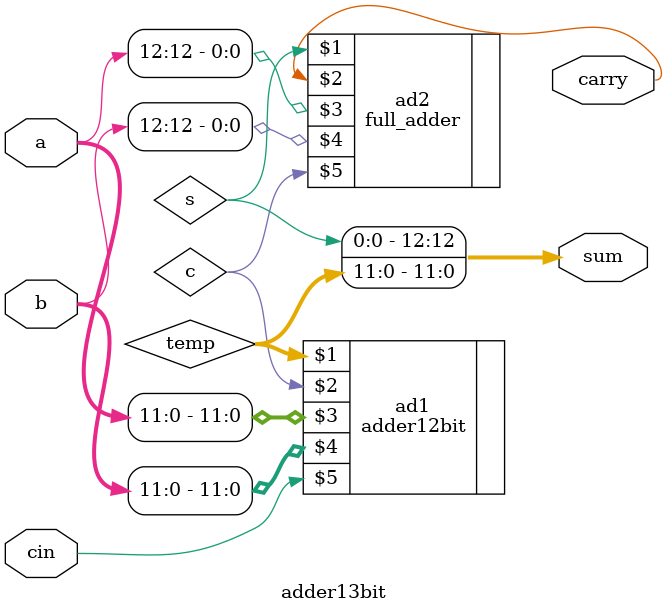
<source format=v>
`timescale 1ns / 1ps


module adder13bit(sum,carry,a,b,cin);
input [12:0] a,b;  
input cin;
output [12:0] sum;
wire [11:0] temp;
output carry;
wire sl;
wire c;
adder12bit ad1(temp,c,a[11:0],b[11:0],cin);
full_adder ad2(s,carry,a[12],b[12],c);
assign sum[11:0] = temp;
assign sum[12] = s;
endmodule

</source>
